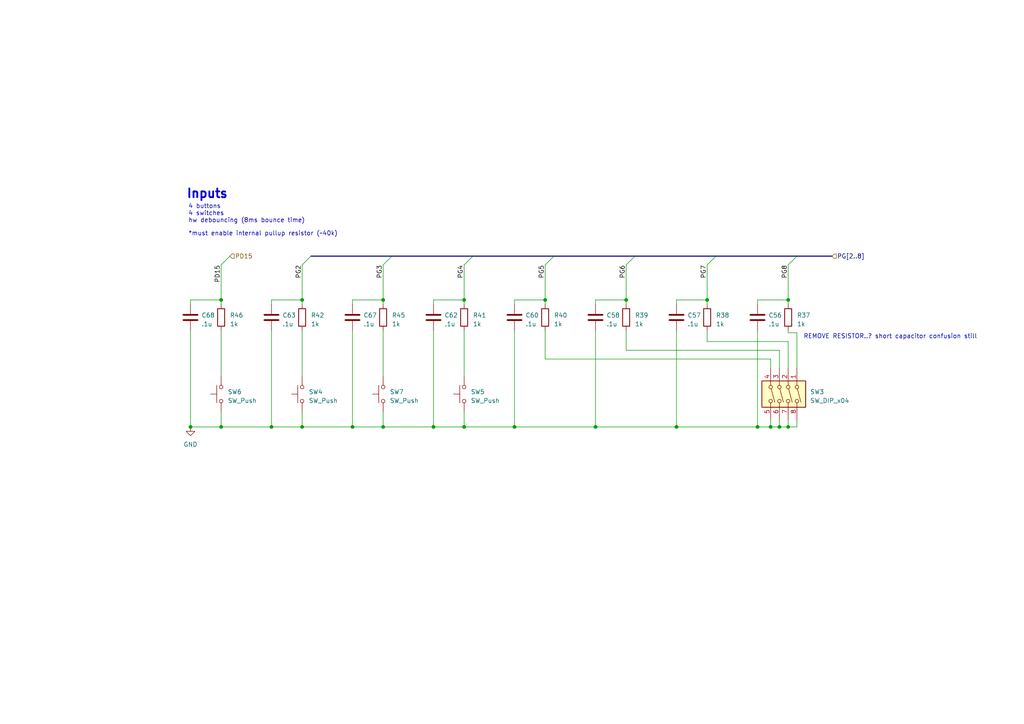
<source format=kicad_sch>
(kicad_sch (version 20230121) (generator eeschema)
  (paper "A4")
  (lib_symbols
    (symbol "Device:C" (pin_numbers hide) (pin_names (offset 0.254))
      (property "Reference" "C" (at 0.635 2.54 0))
      (property "Value" "C" (at 0.635 -2.54 0))
      (symbol "C_0_1"
        (polyline (pts (xy -2.032 -0.762) (xy 2.032 -0.762)) (stroke (width 0.508)))
        (polyline (pts (xy -2.032 0.762) (xy 2.032 0.762)) (stroke (width 0.508)))
      )
      (symbol "C_1_1"
        (pin passive line (at 0 3.81 270) (length 2.794) (name "~") (number "1"))
        (pin passive line (at 0 -3.81 90) (length 2.794) (name "~") (number "2"))
      )
    )
    (symbol "Device:R" (pin_numbers hide) (pin_names (offset 0))
      (property "Reference" "R" (at 2.032 0 90))
      (property "Value" "R" (at 0 0 90))
      (symbol "R_0_1"
        (rectangle (start -1.016 -2.54) (end 1.016 2.54) (stroke (width 0.254)))
      )
      (symbol "R_1_1"
        (pin passive line (at 0 3.81 270) (length 1.27) (name "~") (number "1"))
        (pin passive line (at 0 -3.81 90) (length 1.27) (name "~") (number "2"))
      )
    )
    (symbol "Switch:SW_DIP_x04" (pin_names (offset 0) hide)
      (property "Reference" "SW" (at 0 8.89 0))
      (property "Value" "SW_DIP_x04" (at 0 -6.35 0))
      (symbol "SW_DIP_x04_0_0"
        (circle (center -2.032 -2.54) (radius 0.508))
        (circle (center -2.032 0) (radius 0.508))
        (circle (center -2.032 2.54) (radius 0.508))
        (circle (center -2.032 5.08) (radius 0.508))
        (polyline (pts (xy -1.524 -2.3876) (xy 2.3622 -1.3462)))
        (polyline (pts (xy -1.524 0.127) (xy 2.3622 1.1684)))
        (polyline (pts (xy -1.524 2.667) (xy 2.3622 3.7084)))
        (polyline (pts (xy -1.524 5.207) (xy 2.3622 6.2484)))
        (circle (center 2.032 -2.54) (radius 0.508))
        (circle (center 2.032 0) (radius 0.508))
        (circle (center 2.032 2.54) (radius 0.508))
        (circle (center 2.032 5.08) (radius 0.508))
      )
      (symbol "SW_DIP_x04_0_1"
        (rectangle (start -3.81 7.62) (end 3.81 -5.08) (stroke (width 0.254)) (fill (type background)))
      )
      (symbol "SW_DIP_x04_1_1"
        (pin passive line (at -7.62 5.08 0) (length 5.08) (name "~") (number "1"))
        (pin passive line (at -7.62 2.54 0) (length 5.08) (name "~") (number "2"))
        (pin passive line (at -7.62 0 0) (length 5.08) (name "~") (number "3"))
        (pin passive line (at -7.62 -2.54 0) (length 5.08) (name "~") (number "4"))
        (pin passive line (at 7.62 -2.54 180) (length 5.08) (name "~") (number "5"))
        (pin passive line (at 7.62 0 180) (length 5.08) (name "~") (number "6"))
        (pin passive line (at 7.62 2.54 180) (length 5.08) (name "~") (number "7"))
        (pin passive line (at 7.62 5.08 180) (length 5.08) (name "~") (number "8"))
      )
    )
    (symbol "Switch:SW_Push" (pin_numbers hide) (pin_names (offset 1.016) hide)
      (property "Reference" "SW" (at 1.27 2.54 0))
      (property "Value" "SW_Push" (at 0 -1.524 0))
      (symbol "SW_Push_0_1"
        (circle (center -2.032 0) (radius 0.508))
        (polyline (pts (xy 0 1.27) (xy 0 3.048)))
        (polyline (pts (xy 2.54 1.27) (xy -2.54 1.27)))
        (circle (center 2.032 0) (radius 0.508))
        (pin passive line (at -5.08 0 0) (length 2.54) (name "1") (number "1"))
        (pin passive line (at 5.08 0 180) (length 2.54) (name "2") (number "2"))
      )
    )
    (symbol "power:GND" (power) (pin_names (offset 0))
      (property "Value" "GND" (at 0 -3.81 0))
      (symbol "GND_0_1"
        (polyline (pts (xy 0 0) (xy 0 -1.27) (xy 1.27 -1.27) (xy 0 -2.54) (xy -1.27 -1.27) (xy 0 -1.27)))
      )
      (symbol "GND_1_1"
        (pin power_in line (at 0 0 270) (length 0) hide (name "GND") (number "1"))
      )
    )
  )
  (junction (at 111.125 86.995))
  (junction (at 78.74 123.825))
  (junction (at 196.215 123.825))
  (junction (at 219.71 123.825))
  (junction (at 87.63 86.995))
  (junction (at 102.235 123.825))
  (junction (at 205.105 86.995))
  (junction (at 158.115 86.995))
  (junction (at 134.62 123.825))
  (junction (at 181.61 86.995))
  (junction (at 228.6 86.995))
  (junction (at 64.135 123.825))
  (junction (at 64.135 86.995))
  (junction (at 228.6 123.825))
  (junction (at 125.73 123.825))
  (junction (at 226.06 123.825))
  (junction (at 149.225 123.825))
  (junction (at 172.72 123.825))
  (junction (at 223.52 123.825))
  (junction (at 55.245 123.825))
  (junction (at 134.62 86.995))
  (junction (at 87.63 123.825))
  (junction (at 111.125 123.825))
  (bus_entry (at 184.15 74.295) (size -2.54 2.54))
  (bus_entry (at 231.14 74.295) (size -2.54 2.54))
  (bus_entry (at 137.16 74.295) (size -2.54 2.54))
  (bus_entry (at 113.665 74.295) (size -2.54 2.54))
  (bus_entry (at 207.645 74.295) (size -2.54 2.54))
  (bus_entry (at 90.17 74.295) (size -2.54 2.54))
  (bus_entry (at 160.655 74.295) (size -2.54 2.54))
  (wire (pts (xy 149.225 123.825) (xy 172.72 123.825)))
  (wire (pts (xy 223.52 106.68) (xy 223.52 104.14)))
  (wire (pts (xy 134.62 95.885) (xy 134.62 109.22)))
  (wire (pts (xy 219.71 86.995) (xy 228.6 86.995)))
  (wire (pts (xy 205.105 86.995) (xy 205.105 88.265)))
  (wire (pts (xy 55.245 123.825) (xy 64.135 123.825)))
  (wire (pts (xy 111.125 119.38) (xy 111.125 123.825)))
  (wire (pts (xy 64.135 95.885) (xy 64.135 109.22)))
  (wire (pts (xy 149.225 95.885) (xy 149.225 123.825)))
  (wire (pts (xy 228.6 123.825) (xy 226.06 123.825)))
  (wire (pts (xy 102.235 95.885) (xy 102.235 123.825)))
  (wire (pts (xy 134.62 119.38) (xy 134.62 123.825)))
  (wire (pts (xy 158.115 76.835) (xy 158.115 86.995)))
  (wire (pts (xy 228.6 99.06) (xy 205.105 99.06)))
  (wire (pts (xy 55.245 86.995) (xy 64.135 86.995)))
  (wire (pts (xy 78.74 123.825) (xy 87.63 123.825)))
  (wire (pts (xy 64.135 119.38) (xy 64.135 123.825)))
  (wire (pts (xy 78.74 95.885) (xy 78.74 123.825)))
  (wire (pts (xy 228.6 96.52) (xy 231.14 96.52)))
  (wire (pts (xy 64.135 76.835) (xy 66.675 74.295)))
  (wire (pts (xy 111.125 86.995) (xy 111.125 88.265)))
  (wire (pts (xy 64.135 86.995) (xy 64.135 88.265)))
  (wire (pts (xy 228.6 121.92) (xy 228.6 123.825)))
  (wire (pts (xy 111.125 95.885) (xy 111.125 109.22)))
  (wire (pts (xy 158.115 104.14) (xy 158.115 95.885)))
  (bus (pts (xy 231.14 74.295) (xy 241.3 74.295)))
  (wire (pts (xy 181.61 86.995) (xy 181.61 88.265)))
  (wire (pts (xy 223.52 123.825) (xy 219.71 123.825)))
  (wire (pts (xy 78.74 86.995) (xy 87.63 86.995)))
  (wire (pts (xy 231.14 96.52) (xy 231.14 106.68)))
  (wire (pts (xy 102.235 86.995) (xy 102.235 88.265)))
  (wire (pts (xy 231.14 123.825) (xy 228.6 123.825)))
  (bus (pts (xy 184.15 74.295) (xy 207.645 74.295)))
  (wire (pts (xy 226.06 106.68) (xy 226.06 101.6)))
  (bus (pts (xy 160.655 74.295) (xy 184.15 74.295)))
  (wire (pts (xy 226.06 123.825) (xy 223.52 123.825)))
  (wire (pts (xy 223.52 104.14) (xy 158.115 104.14)))
  (wire (pts (xy 226.06 121.92) (xy 226.06 123.825)))
  (wire (pts (xy 125.73 86.995) (xy 125.73 88.265)))
  (wire (pts (xy 219.71 123.825) (xy 196.215 123.825)))
  (wire (pts (xy 181.61 95.885) (xy 181.61 101.6)))
  (wire (pts (xy 125.73 95.885) (xy 125.73 123.825)))
  (wire (pts (xy 87.63 86.995) (xy 87.63 88.265)))
  (wire (pts (xy 125.73 123.825) (xy 134.62 123.825)))
  (bus (pts (xy 137.16 74.295) (xy 160.655 74.295)))
  (wire (pts (xy 149.225 86.995) (xy 149.225 88.265)))
  (wire (pts (xy 196.215 95.885) (xy 196.215 123.825)))
  (wire (pts (xy 64.135 123.825) (xy 78.74 123.825)))
  (wire (pts (xy 111.125 123.825) (xy 125.73 123.825)))
  (wire (pts (xy 172.72 86.995) (xy 181.61 86.995)))
  (wire (pts (xy 205.105 76.835) (xy 205.105 86.995)))
  (bus (pts (xy 113.665 74.295) (xy 137.16 74.295)))
  (wire (pts (xy 134.62 123.825) (xy 149.225 123.825)))
  (wire (pts (xy 228.6 106.68) (xy 228.6 99.06)))
  (wire (pts (xy 78.74 86.995) (xy 78.74 88.265)))
  (wire (pts (xy 181.61 76.835) (xy 181.61 86.995)))
  (wire (pts (xy 102.235 123.825) (xy 111.125 123.825)))
  (wire (pts (xy 87.63 76.835) (xy 87.63 86.995)))
  (wire (pts (xy 172.72 95.885) (xy 172.72 123.825)))
  (wire (pts (xy 196.215 86.995) (xy 205.105 86.995)))
  (wire (pts (xy 219.71 86.995) (xy 219.71 88.265)))
  (wire (pts (xy 226.06 101.6) (xy 181.61 101.6)))
  (wire (pts (xy 172.72 123.825) (xy 196.215 123.825)))
  (wire (pts (xy 219.71 95.885) (xy 219.71 123.825)))
  (wire (pts (xy 158.115 86.995) (xy 158.115 88.265)))
  (wire (pts (xy 87.63 119.38) (xy 87.63 123.825)))
  (wire (pts (xy 228.6 96.52) (xy 228.6 95.885)))
  (wire (pts (xy 205.105 95.885) (xy 205.105 99.06)))
  (wire (pts (xy 55.245 86.995) (xy 55.245 88.265)))
  (wire (pts (xy 64.135 76.835) (xy 64.135 86.995)))
  (wire (pts (xy 134.62 86.995) (xy 134.62 88.265)))
  (wire (pts (xy 223.52 121.92) (xy 223.52 123.825)))
  (wire (pts (xy 55.245 95.885) (xy 55.245 123.825)))
  (wire (pts (xy 231.14 121.92) (xy 231.14 123.825)))
  (bus (pts (xy 90.17 74.295) (xy 113.665 74.295)))
  (wire (pts (xy 228.6 76.835) (xy 228.6 86.995)))
  (wire (pts (xy 172.72 86.995) (xy 172.72 88.265)))
  (bus (pts (xy 207.645 74.295) (xy 231.14 74.295)))
  (wire (pts (xy 87.63 95.885) (xy 87.63 109.22)))
  (wire (pts (xy 87.63 123.825) (xy 102.235 123.825)))
  (wire (pts (xy 111.125 76.835) (xy 111.125 86.995)))
  (wire (pts (xy 102.235 86.995) (xy 111.125 86.995)))
  (wire (pts (xy 149.225 86.995) (xy 158.115 86.995)))
  (wire (pts (xy 228.6 86.995) (xy 228.6 88.265)))
  (wire (pts (xy 134.62 76.835) (xy 134.62 86.995)))
  (wire (pts (xy 125.73 86.995) (xy 134.62 86.995)))
  (wire (pts (xy 196.215 86.995) (xy 196.215 88.265)))
  (text "*must enable internal pullup resistor (~40k)" (at 54.61 68.58 0) (effects (font (size 1.27 1.27)) (justify left bottom)))
  (text "Inputs" (at 53.975 57.785 0) (effects (font (size 2.54 2.54) (thickness 0.508) bold) (justify left bottom)))
  (text "REMOVE RESISTOR..? short capacitor confusion still" (at 233.045 98.425 0) (effects (font (size 1.27 1.27)) (justify left bottom)))
  (text "4 buttons\n4 switches\nhw debouncing (8ms bounce time)" (at 54.61 64.77 0) (effects (font (size 1.27 1.27)) (justify left bottom)))
  (label "PG3" (at 111.125 76.835 270))
  (label "PD15" (at 64.135 76.835 270))
  (label "PG8" (at 228.6 76.835 270))
  (label "PG5" (at 158.115 76.835 270))
  (label "PG6" (at 181.61 76.835 270))
  (label "PG4" (at 134.62 76.835 270))
  (label "PG2" (at 87.63 76.835 270))
  (label "PG7" (at 205.105 76.835 270))
  (hierarchical_label "PG[2..8]" (shape input) (at 241.3 74.295 0))
  (hierarchical_label "PD15" (shape input) (at 66.675 74.295 0))
  (symbol (lib_id "Device:R") (at 158.115 92.075 0) (unit 1)
    (property "Reference" "R40" (at 160.655 91.44 0) (effects (justify left)))
    (property "Value" "1k" (at 160.655 93.98 0) (effects (justify left)))
    (property "Footprint" "Resistor_SMD:R_0805_2012Metric" (effects hide))
    (property "Datasheet" "https://www.mouser.com/datasheet/2/427/dcrcwe3-1762152.pdf" (effects hide))
    (property "P/N" "CRCW08051K00FKEA" (effects hide))
  )
  (symbol (lib_id "Device:R") (at 111.125 92.075 0) (unit 1)
    (property "Reference" "R45" (at 113.665 91.44 0) (effects (justify left)))
    (property "Value" "1k" (at 113.665 93.98 0) (effects (justify left)))
    (property "Footprint" "Resistor_SMD:R_0805_2012Metric" (effects hide))
    (property "Datasheet" "https://www.mouser.com/datasheet/2/427/dcrcwe3-1762152.pdf" (effects hide))
    (property "P/N" "CRCW08051K00FKEA" (effects hide))
  )
  (symbol (lib_id "Device:R") (at 228.6 92.075 0) (unit 1)
    (property "Reference" "R37" (at 231.14 91.44 0) (effects (justify left)))
    (property "Value" "1k" (at 231.14 93.98 0) (effects (justify left)))
    (property "Footprint" "Resistor_SMD:R_0805_2012Metric" (effects hide))
    (property "Datasheet" "https://www.mouser.com/datasheet/2/427/dcrcwe3-1762152.pdf" (effects hide))
    (property "P/N" "CRCW08051K00FKEA" (effects hide))
  )
  (symbol (lib_id "Device:C") (at 55.245 92.075 0) (unit 1)
    (property "Reference" "C68" (at 58.42 91.44 0) (effects (justify left)))
    (property "Value" ".1u" (at 58.42 93.98 0) (effects (justify left)))
    (property "Footprint" "Capacitor_SMD:C_0805_2012Metric" (effects hide))
    (property "Datasheet" "https://www.mouser.com/datasheet/2/40/AVX_X7RDielectric_777024-1853642.pdf" (effects hide))
    (property "P/N" "0805YC106KAT2A" (effects hide))
  )
  (symbol (lib_id "Device:C") (at 219.71 92.075 0) (unit 1)
    (property "Reference" "C56" (at 222.885 91.44 0) (effects (justify left)))
    (property "Value" ".1u" (at 222.885 93.98 0) (effects (justify left)))
    (property "Footprint" "Capacitor_SMD:C_0805_2012Metric" (effects hide))
    (property "Datasheet" "https://www.mouser.com/datasheet/2/40/AVX_X7RDielectric_777024-1853642.pdf" (effects hide))
    (property "P/N" "0805YC106KAT2A" (effects hide))
  )
  (symbol (lib_id "Device:C") (at 102.235 92.075 0) (unit 1)
    (property "Reference" "C67" (at 105.41 91.44 0) (effects (justify left)))
    (property "Value" ".1u" (at 105.41 93.98 0) (effects (justify left)))
    (property "Footprint" "Capacitor_SMD:C_0805_2012Metric" (effects hide))
    (property "Datasheet" "https://www.mouser.com/datasheet/2/40/AVX_X7RDielectric_777024-1853642.pdf" (effects hide))
    (property "P/N" "0805YC106KAT2A" (effects hide))
  )
  (symbol (lib_id "Device:R") (at 205.105 92.075 0) (unit 1)
    (property "Reference" "R38" (at 207.645 91.44 0) (effects (justify left)))
    (property "Value" "1k" (at 207.645 93.98 0) (effects (justify left)))
    (property "Footprint" "Resistor_SMD:R_0805_2012Metric" (effects hide))
    (property "Datasheet" "https://www.mouser.com/datasheet/2/427/dcrcwe3-1762152.pdf" (effects hide))
    (property "P/N" "CRCW08051K00FKEA" (effects hide))
  )
  (symbol (lib_id "Device:C") (at 125.73 92.075 0) (unit 1)
    (property "Reference" "C62" (at 128.905 91.44 0) (effects (justify left)))
    (property "Value" ".1u" (at 128.905 93.98 0) (effects (justify left)))
    (property "Footprint" "Capacitor_SMD:C_0805_2012Metric" (effects hide))
    (property "Datasheet" "https://www.mouser.com/datasheet/2/40/AVX_X7RDielectric_777024-1853642.pdf" (effects hide))
    (property "P/N" "0805YC106KAT2A" (effects hide))
  )
  (symbol (lib_id "Device:C") (at 196.215 92.075 0) (unit 1)
    (property "Reference" "C57" (at 199.39 91.44 0) (effects (justify left)))
    (property "Value" ".1u" (at 199.39 93.98 0) (effects (justify left)))
    (property "Footprint" "Capacitor_SMD:C_0805_2012Metric" (effects hide))
    (property "Datasheet" "https://www.mouser.com/datasheet/2/40/AVX_X7RDielectric_777024-1853642.pdf" (effects hide))
    (property "P/N" "0805YC106KAT2A" (effects hide))
  )
  (symbol (lib_id "Switch:SW_Push") (at 134.62 114.3 90) (unit 1)
    (property "Reference" "SW5" (at 136.525 113.665 90) (effects (justify right)))
    (property "Value" "SW_Push" (at 136.525 116.205 90) (effects (justify right)))
    (property "Footprint" "UTSVT_Special:SW_SPST_B3SL-1002P" (effects hide))
    (property "Datasheet" "https://www.mouser.com/datasheet/2/307/en-b3sl-1093544.pdf" (effects hide))
    (property "P/N" "EVQ-7Q203W or B3SL-1002P" (effects hide))
  )
  (symbol (lib_id "Device:R") (at 64.135 92.075 0) (unit 1)
    (property "Reference" "R46" (at 66.675 91.44 0) (effects (justify left)))
    (property "Value" "1k" (at 66.675 93.98 0) (effects (justify left)))
    (property "Footprint" "Resistor_SMD:R_0805_2012Metric" (effects hide))
    (property "Datasheet" "https://www.mouser.com/datasheet/2/427/dcrcwe3-1762152.pdf" (effects hide))
    (property "P/N" "CRCW08051K00FKEA" (effects hide))
  )
  (symbol (lib_id "Switch:SW_DIP_x04") (at 226.06 114.3 270) (unit 1)
    (property "Reference" "SW3" (at 234.95 113.665 90) (effects (justify left)))
    (property "Value" "SW_DIP_x04" (at 234.95 116.205 90) (effects (justify left)))
    (property "Footprint" "Button_Switch_SMD:SW_DIP_SPSTx04_Slide_6.7x11.72mm_W8.61mm_P2.54mm_LowProfile" (effects hide))
    (property "Datasheet" "https://www.mouser.com/datasheet/2/96/219-1144706.pdf" (effects hide))
    (property "P/N" "219-4LPST" (effects hide))
  )
  (symbol (lib_id "Device:R") (at 181.61 92.075 0) (unit 1)
    (property "Reference" "R39" (at 184.15 91.44 0) (effects (justify left)))
    (property "Value" "1k" (at 184.15 93.98 0) (effects (justify left)))
    (property "Footprint" "Resistor_SMD:R_0805_2012Metric" (effects hide))
    (property "Datasheet" "https://www.mouser.com/datasheet/2/427/dcrcwe3-1762152.pdf" (effects hide))
    (property "P/N" "CRCW08051K00FKEA" (effects hide))
  )
  (symbol (lib_id "Switch:SW_Push") (at 111.125 114.3 90) (unit 1)
    (property "Reference" "SW7" (at 113.03 113.665 90) (effects (justify right)))
    (property "Value" "SW_Push" (at 113.03 116.205 90) (effects (justify right)))
    (property "Footprint" "UTSVT_Special:SW_SPST_B3SL-1002P" (effects hide))
    (property "Datasheet" "https://www.mouser.com/datasheet/2/307/en-b3sl-1093544.pdf" (effects hide))
    (property "P/N" "EVQ-7Q203W or B3SL-1002P" (effects hide))
  )
  (symbol (lib_id "power:GND") (at 55.245 123.825 0) (unit 1)
    (property "Reference" "#PWR04" (effects hide))
    (property "Value" "GND" (at 55.245 128.905 0))
  )
  (symbol (lib_id "Device:C") (at 78.74 92.075 0) (unit 1)
    (property "Reference" "C63" (at 81.915 91.44 0) (effects (justify left)))
    (property "Value" ".1u" (at 81.915 93.98 0) (effects (justify left)))
    (property "Footprint" "Capacitor_SMD:C_0805_2012Metric" (effects hide))
    (property "Datasheet" "https://www.mouser.com/datasheet/2/40/AVX_X7RDielectric_777024-1853642.pdf" (effects hide))
    (property "P/N" "0805YC106KAT2A" (effects hide))
  )
  (symbol (lib_id "Device:R") (at 87.63 92.075 0) (unit 1)
    (property "Reference" "R42" (at 90.17 91.44 0) (effects (justify left)))
    (property "Value" "1k" (at 90.17 93.98 0) (effects (justify left)))
    (property "Footprint" "Resistor_SMD:R_0805_2012Metric" (effects hide))
    (property "Datasheet" "https://www.mouser.com/datasheet/2/427/dcrcwe3-1762152.pdf" (effects hide))
    (property "P/N" "CRCW08051K00FKEA" (effects hide))
  )
  (symbol (lib_id "Device:C") (at 172.72 92.075 0) (unit 1)
    (property "Reference" "C58" (at 175.895 91.44 0) (effects (justify left)))
    (property "Value" ".1u" (at 175.895 93.98 0) (effects (justify left)))
    (property "Footprint" "Capacitor_SMD:C_0805_2012Metric" (effects hide))
    (property "Datasheet" "https://www.mouser.com/datasheet/2/40/AVX_X7RDielectric_777024-1853642.pdf" (effects hide))
    (property "P/N" "0805YC106KAT2A" (effects hide))
  )
  (symbol (lib_id "Device:R") (at 134.62 92.075 0) (unit 1)
    (property "Reference" "R41" (at 137.16 91.44 0) (effects (justify left)))
    (property "Value" "1k" (at 137.16 93.98 0) (effects (justify left)))
    (property "Footprint" "Resistor_SMD:R_0805_2012Metric" (effects hide))
    (property "Datasheet" "https://www.mouser.com/datasheet/2/427/dcrcwe3-1762152.pdf" (effects hide))
    (property "P/N" "CRCW08051K00FKEA" (effects hide))
  )
  (symbol (lib_id "Device:C") (at 149.225 92.075 0) (unit 1)
    (property "Reference" "C60" (at 152.4 91.44 0) (effects (justify left)))
    (property "Value" ".1u" (at 152.4 93.98 0) (effects (justify left)))
    (property "Footprint" "Capacitor_SMD:C_0805_2012Metric" (effects hide))
    (property "Datasheet" "https://www.mouser.com/datasheet/2/40/AVX_X7RDielectric_777024-1853642.pdf" (effects hide))
    (property "P/N" "0805YC106KAT2A" (effects hide))
  )
  (symbol (lib_id "Switch:SW_Push") (at 64.135 114.3 90) (unit 1)
    (property "Reference" "SW6" (at 66.04 113.665 90) (effects (justify right)))
    (property "Value" "SW_Push" (at 66.04 116.205 90) (effects (justify right)))
    (property "Footprint" "UTSVT_Special:SW_SPST_B3SL-1002P" (effects hide))
    (property "Datasheet" "https://www.mouser.com/datasheet/2/307/en-b3sl-1093544.pdf" (effects hide))
    (property "P/N" "EVQ-7Q203W or B3SL-1002P" (effects hide))
  )
  (symbol (lib_id "Switch:SW_Push") (at 87.63 114.3 90) (unit 1)
    (property "Reference" "SW4" (at 89.535 113.665 90) (effects (justify right)))
    (property "Value" "SW_Push" (at 89.535 116.205 90) (effects (justify right)))
    (property "Footprint" "UTSVT_Special:SW_SPST_B3SL-1002P" (effects hide))
    (property "Datasheet" "https://www.mouser.com/datasheet/2/307/en-b3sl-1093544.pdf" (effects hide))
    (property "P/N" "EVQ-7Q203W or B3SL-1002P" (effects hide))
  )
)
</source>
